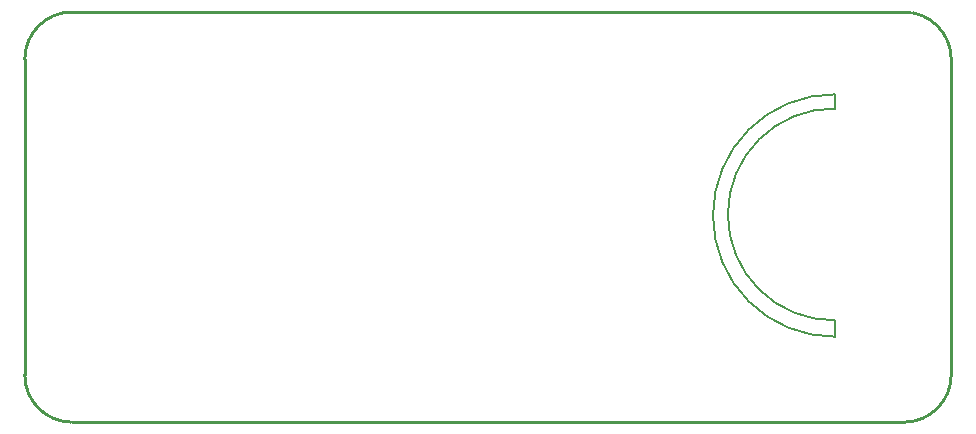
<source format=gko>
G04*
G04 #@! TF.GenerationSoftware,Altium Limited,Altium Designer,19.0.4 (130)*
G04*
G04 Layer_Color=16711935*
%FSLAX25Y25*%
%MOIN*%
G70*
G01*
G75*
%ADD13C,0.01000*%
%ADD29C,0.00697*%
D13*
X293500Y34752D02*
G03*
X309248Y50500I0J15748D01*
G01*
X421D02*
G03*
X16169Y34752I15748J0D01*
G01*
X309248Y155720D02*
G03*
X293500Y171468I-15748J0D01*
G01*
X16169D02*
G03*
X421Y155720I0J-15748D01*
G01*
X16169Y34752D02*
X293500D01*
X309248Y50500D02*
Y155941D01*
X421Y50500D02*
Y155720D01*
X16169Y171468D02*
X293500D01*
D29*
X270432Y139298D02*
G03*
X270392Y68709I-353J-35294D01*
G01*
X270432Y144042D02*
G03*
X270392Y63240I-197J-40400D01*
G01*
X270432Y139300D02*
Y144041D01*
X270392Y63241D02*
Y68708D01*
M02*

</source>
